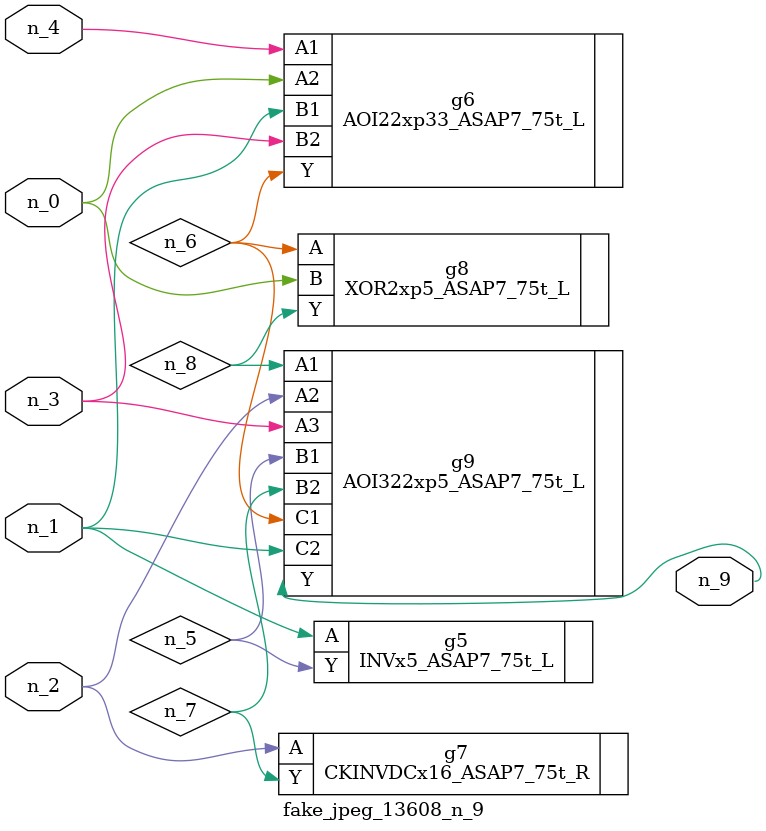
<source format=v>
module fake_jpeg_13608_n_9 (n_3, n_2, n_1, n_0, n_4, n_9);

input n_3;
input n_2;
input n_1;
input n_0;
input n_4;

output n_9;

wire n_8;
wire n_6;
wire n_5;
wire n_7;

INVx5_ASAP7_75t_L g5 ( 
.A(n_1),
.Y(n_5)
);

AOI22xp33_ASAP7_75t_L g6 ( 
.A1(n_4),
.A2(n_0),
.B1(n_1),
.B2(n_3),
.Y(n_6)
);

CKINVDCx16_ASAP7_75t_R g7 ( 
.A(n_2),
.Y(n_7)
);

XOR2xp5_ASAP7_75t_L g8 ( 
.A(n_6),
.B(n_0),
.Y(n_8)
);

AOI322xp5_ASAP7_75t_L g9 ( 
.A1(n_8),
.A2(n_2),
.A3(n_3),
.B1(n_5),
.B2(n_7),
.C1(n_6),
.C2(n_1),
.Y(n_9)
);


endmodule
</source>
